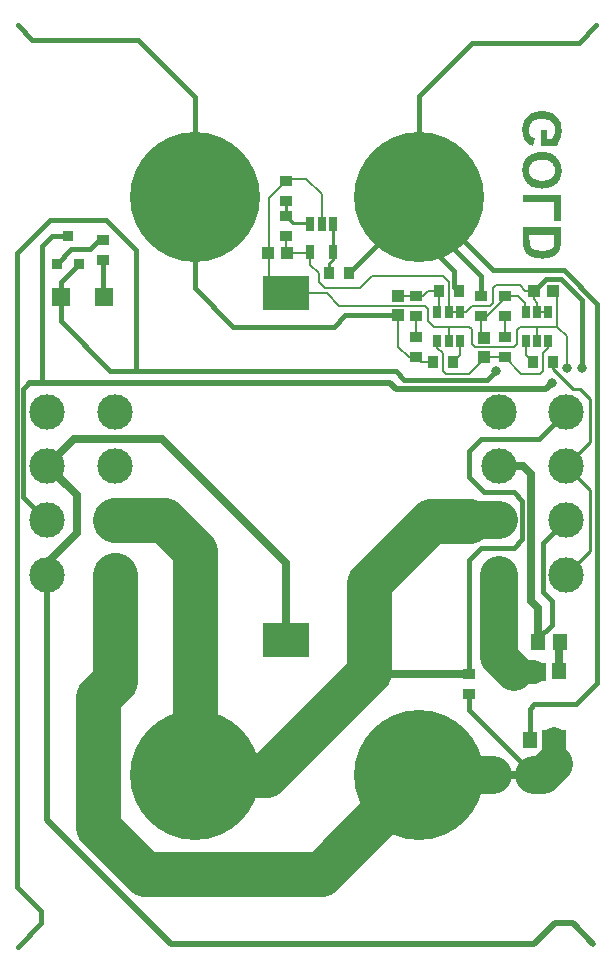
<source format=gbl>
%FSLAX43Y43*%
%MOMM*%
G71*
G01*
G75*
G04 Layer_Physical_Order=2*
G04 Layer_Color=16711680*
%ADD10C,0.381*%
%ADD11C,11.500*%
%ADD12C,3.000*%
%ADD13C,0.800*%
%ADD14R,0.650X1.100*%
%ADD15R,3.937X2.921*%
%ADD16R,1.200X1.400*%
%ADD17R,1.000X1.000*%
%ADD18R,1.000X1.000*%
%ADD19R,0.900X1.000*%
%ADD20R,1.000X0.900*%
%ADD21R,2.000X1.650*%
%ADD22R,1.150X1.400*%
%ADD23R,0.900X0.950*%
%ADD24R,0.900X0.950*%
%ADD25R,1.500X1.600*%
%ADD26R,0.650X1.200*%
%ADD27C,0.203*%
%ADD28C,0.254*%
%ADD29C,0.508*%
%ADD30C,0.635*%
%ADD31C,3.810*%
%ADD32C,3.175*%
%ADD33C,2.032*%
%ADD34C,0.889*%
%ADD35C,11.000*%
G36*
X46500Y61902D02*
X45959D01*
Y63512D01*
X43321D01*
Y64160D01*
X46500D01*
Y61902D01*
D02*
G37*
G36*
Y60226D02*
X46495Y60101D01*
X46491Y59986D01*
X46481Y59889D01*
X46468Y59810D01*
X46454Y59745D01*
X46444Y59694D01*
X46440Y59680D01*
Y59666D01*
X46435Y59662D01*
Y59657D01*
X46398Y59555D01*
X46357Y59463D01*
X46315Y59389D01*
X46273Y59324D01*
X46236Y59273D01*
X46208Y59236D01*
X46190Y59213D01*
X46181Y59204D01*
X46093Y59125D01*
X46000Y59056D01*
X45903Y58995D01*
X45815Y58949D01*
X45732Y58912D01*
X45699Y58894D01*
X45672Y58884D01*
X45644Y58875D01*
X45625Y58866D01*
X45616Y58861D01*
X45611D01*
X45500Y58829D01*
X45385Y58801D01*
X45274Y58782D01*
X45167Y58773D01*
X45116Y58769D01*
X45070Y58764D01*
X45033D01*
X44996Y58759D01*
X44931D01*
X44769Y58764D01*
X44626Y58778D01*
X44556Y58782D01*
X44496Y58792D01*
X44436Y58801D01*
X44385Y58810D01*
X44339Y58824D01*
X44297Y58833D01*
X44260Y58843D01*
X44232Y58847D01*
X44209Y58857D01*
X44191Y58861D01*
X44181Y58866D01*
X44177D01*
X44066Y58907D01*
X43964Y58958D01*
X43876Y59009D01*
X43802Y59060D01*
X43742Y59102D01*
X43696Y59139D01*
X43668Y59162D01*
X43658Y59167D01*
Y59171D01*
X43584Y59250D01*
X43524Y59329D01*
X43473Y59412D01*
X43432Y59486D01*
X43399Y59551D01*
X43376Y59606D01*
X43372Y59625D01*
X43367Y59639D01*
X43362Y59648D01*
Y59653D01*
X43339Y59740D01*
X43325Y59838D01*
X43311Y59939D01*
X43307Y60037D01*
X43302Y60125D01*
X43298Y60162D01*
Y60199D01*
Y60226D01*
Y60245D01*
Y60259D01*
Y60263D01*
Y61439D01*
X46500D01*
Y60226D01*
D02*
G37*
G36*
X45061Y67784D02*
X45195Y67770D01*
X45320Y67751D01*
X45436Y67724D01*
X45542Y67691D01*
X45639Y67654D01*
X45732Y67617D01*
X45810Y67575D01*
X45884Y67538D01*
X45945Y67501D01*
X46000Y67464D01*
X46046Y67432D01*
X46079Y67404D01*
X46107Y67386D01*
X46121Y67372D01*
X46125Y67367D01*
X46204Y67284D01*
X46269Y67196D01*
X46329Y67108D01*
X46375Y67011D01*
X46417Y66918D01*
X46454Y66821D01*
X46481Y66733D01*
X46505Y66641D01*
X46523Y66557D01*
X46537Y66479D01*
X46546Y66409D01*
X46551Y66349D01*
X46556Y66303D01*
X46560Y66266D01*
Y66243D01*
Y66233D01*
X46556Y66104D01*
X46542Y65983D01*
X46519Y65868D01*
X46491Y65761D01*
X46458Y65660D01*
X46421Y65567D01*
X46384Y65484D01*
X46343Y65405D01*
X46301Y65340D01*
X46264Y65280D01*
X46227Y65229D01*
X46195Y65187D01*
X46167Y65150D01*
X46144Y65127D01*
X46130Y65113D01*
X46125Y65109D01*
X46037Y65035D01*
X45945Y64970D01*
X45847Y64910D01*
X45750Y64864D01*
X45648Y64822D01*
X45547Y64785D01*
X45445Y64757D01*
X45348Y64734D01*
X45260Y64720D01*
X45172Y64706D01*
X45098Y64697D01*
X45033Y64688D01*
X44977D01*
X44936Y64683D01*
X44903D01*
X44760Y64688D01*
X44626Y64702D01*
X44501Y64720D01*
X44380Y64748D01*
X44274Y64780D01*
X44172Y64817D01*
X44080Y64854D01*
X44001Y64896D01*
X43927Y64938D01*
X43862Y64975D01*
X43807Y65012D01*
X43760Y65044D01*
X43728Y65067D01*
X43700Y65090D01*
X43686Y65104D01*
X43682Y65109D01*
X43603Y65192D01*
X43534Y65280D01*
X43473Y65373D01*
X43422Y65465D01*
X43381Y65562D01*
X43344Y65655D01*
X43316Y65747D01*
X43293Y65835D01*
X43274Y65919D01*
X43260Y65997D01*
X43251Y66067D01*
X43242Y66127D01*
Y66173D01*
X43237Y66210D01*
Y66233D01*
Y66243D01*
X43242Y66381D01*
X43256Y66516D01*
X43279Y66631D01*
X43302Y66733D01*
X43316Y66775D01*
X43325Y66816D01*
X43335Y66849D01*
X43348Y66877D01*
X43353Y66900D01*
X43362Y66918D01*
X43367Y66928D01*
Y66932D01*
X43404Y67015D01*
X43450Y67094D01*
X43501Y67164D01*
X43547Y67224D01*
X43589Y67275D01*
X43626Y67316D01*
X43649Y67339D01*
X43654Y67344D01*
X43658Y67349D01*
X43733Y67413D01*
X43811Y67474D01*
X43881Y67525D01*
X43950Y67566D01*
X44010Y67599D01*
X44056Y67626D01*
X44075Y67631D01*
X44089Y67640D01*
X44093Y67645D01*
X44098D01*
X44228Y67691D01*
X44367Y67728D01*
X44505Y67751D01*
X44635Y67770D01*
X44695Y67774D01*
X44751Y67779D01*
X44797Y67784D01*
X44839D01*
X44876Y67788D01*
X44922D01*
X45061Y67784D01*
D02*
G37*
G36*
Y71241D02*
X45218Y71222D01*
X45362Y71190D01*
X45431Y71176D01*
X45491Y71157D01*
X45547Y71139D01*
X45598Y71125D01*
X45639Y71107D01*
X45676Y71093D01*
X45704Y71083D01*
X45727Y71074D01*
X45741Y71065D01*
X45746D01*
X45884Y70986D01*
X46005Y70898D01*
X46111Y70806D01*
X46195Y70713D01*
X46232Y70672D01*
X46264Y70630D01*
X46292Y70597D01*
X46310Y70565D01*
X46329Y70542D01*
X46343Y70519D01*
X46347Y70510D01*
X46352Y70505D01*
X46389Y70431D01*
X46421Y70361D01*
X46472Y70209D01*
X46509Y70061D01*
X46532Y69926D01*
X46542Y69862D01*
X46551Y69806D01*
X46556Y69755D01*
Y69709D01*
X46560Y69677D01*
Y69649D01*
Y69630D01*
Y69626D01*
X46556Y69478D01*
X46537Y69339D01*
X46514Y69204D01*
X46486Y69089D01*
X46472Y69038D01*
X46458Y68992D01*
X46444Y68950D01*
X46435Y68913D01*
X46426Y68885D01*
X46417Y68867D01*
X46412Y68853D01*
Y68848D01*
X46357Y68709D01*
X46296Y68594D01*
X46236Y68492D01*
X46185Y68404D01*
X46139Y68339D01*
X46121Y68316D01*
X46102Y68293D01*
X46088Y68279D01*
X46079Y68265D01*
X46070Y68256D01*
X44783D01*
Y69649D01*
X45325D01*
Y68908D01*
X45736D01*
X45778Y68964D01*
X45815Y69024D01*
X45847Y69084D01*
X45875Y69140D01*
X45898Y69186D01*
X45917Y69228D01*
X45926Y69251D01*
X45931Y69255D01*
Y69260D01*
X45959Y69334D01*
X45977Y69408D01*
X45991Y69478D01*
X46000Y69538D01*
X46005Y69593D01*
X46009Y69630D01*
Y69658D01*
Y69663D01*
Y69667D01*
X46005Y69741D01*
X45996Y69815D01*
X45982Y69880D01*
X45963Y69945D01*
X45917Y70061D01*
X45894Y70107D01*
X45866Y70153D01*
X45838Y70195D01*
X45815Y70232D01*
X45787Y70260D01*
X45769Y70287D01*
X45750Y70306D01*
X45736Y70320D01*
X45727Y70329D01*
X45723Y70334D01*
X45667Y70375D01*
X45602Y70417D01*
X45537Y70449D01*
X45468Y70477D01*
X45325Y70523D01*
X45186Y70551D01*
X45121Y70560D01*
X45056Y70570D01*
X45005Y70574D01*
X44954Y70579D01*
X44917Y70584D01*
X44862D01*
X44765Y70579D01*
X44677Y70574D01*
X44589Y70560D01*
X44510Y70547D01*
X44441Y70528D01*
X44376Y70505D01*
X44316Y70482D01*
X44260Y70459D01*
X44214Y70440D01*
X44172Y70417D01*
X44140Y70394D01*
X44112Y70375D01*
X44089Y70361D01*
X44075Y70348D01*
X44066Y70343D01*
X44061Y70338D01*
X44015Y70287D01*
X43969Y70236D01*
X43936Y70181D01*
X43904Y70125D01*
X43876Y70070D01*
X43853Y70014D01*
X43820Y69908D01*
X43811Y69857D01*
X43802Y69811D01*
X43797Y69769D01*
X43793Y69732D01*
X43788Y69704D01*
Y69681D01*
Y69667D01*
Y69663D01*
X43793Y69561D01*
X43811Y69473D01*
X43830Y69394D01*
X43857Y69325D01*
X43881Y69274D01*
X43904Y69232D01*
X43922Y69209D01*
X43927Y69200D01*
X43982Y69135D01*
X44043Y69080D01*
X44103Y69033D01*
X44163Y69001D01*
X44218Y68973D01*
X44260Y68955D01*
X44288Y68945D01*
X44292Y68941D01*
X44297D01*
X44177Y68297D01*
X44098Y68316D01*
X44019Y68344D01*
X43950Y68371D01*
X43885Y68408D01*
X43820Y68441D01*
X43765Y68478D01*
X43714Y68515D01*
X43668Y68552D01*
X43626Y68589D01*
X43589Y68621D01*
X43557Y68649D01*
X43534Y68677D01*
X43515Y68700D01*
X43497Y68719D01*
X43492Y68728D01*
X43487Y68732D01*
X43441Y68797D01*
X43404Y68867D01*
X43372Y68941D01*
X43344Y69019D01*
X43298Y69172D01*
X43270Y69320D01*
X43256Y69390D01*
X43251Y69454D01*
X43247Y69515D01*
X43242Y69565D01*
X43237Y69607D01*
Y69635D01*
Y69658D01*
Y69663D01*
X43242Y69829D01*
X43260Y69977D01*
X43274Y70042D01*
X43288Y70107D01*
X43302Y70167D01*
X43316Y70218D01*
X43335Y70264D01*
X43348Y70311D01*
X43362Y70343D01*
X43372Y70375D01*
X43385Y70398D01*
X43390Y70417D01*
X43399Y70426D01*
Y70431D01*
X43483Y70574D01*
X43534Y70634D01*
X43580Y70695D01*
X43631Y70750D01*
X43682Y70801D01*
X43733Y70847D01*
X43779Y70889D01*
X43825Y70921D01*
X43867Y70954D01*
X43904Y70982D01*
X43936Y71005D01*
X43964Y71019D01*
X43982Y71032D01*
X43996Y71037D01*
X44001Y71042D01*
X44075Y71079D01*
X44149Y71111D01*
X44302Y71162D01*
X44454Y71199D01*
X44589Y71222D01*
X44653Y71231D01*
X44709Y71241D01*
X44760Y71245D01*
X44806D01*
X44839Y71250D01*
X44889D01*
X45061Y71241D01*
D02*
G37*
%LPC*%
G36*
X45959Y60791D02*
X43839D01*
Y60504D01*
Y60435D01*
Y60370D01*
X43844Y60310D01*
Y60254D01*
X43848Y60208D01*
Y60166D01*
X43853Y60125D01*
Y60092D01*
X43862Y60041D01*
X43867Y60004D01*
X43871Y59981D01*
Y59976D01*
X43890Y59912D01*
X43913Y59856D01*
X43936Y59805D01*
X43964Y59759D01*
X43987Y59727D01*
X44006Y59699D01*
X44019Y59685D01*
X44024Y59680D01*
X44070Y59639D01*
X44121Y59602D01*
X44172Y59569D01*
X44218Y59541D01*
X44265Y59523D01*
X44302Y59509D01*
X44325Y59500D01*
X44330Y59495D01*
X44334D01*
X44417Y59472D01*
X44505Y59454D01*
X44603Y59444D01*
X44695Y59435D01*
X44774Y59430D01*
X44811Y59426D01*
X44903D01*
X45033Y59430D01*
X45153Y59435D01*
X45250Y59449D01*
X45334Y59458D01*
X45403Y59472D01*
X45431Y59477D01*
X45449Y59486D01*
X45468Y59491D01*
X45482D01*
X45486Y59495D01*
X45491D01*
X45565Y59523D01*
X45630Y59546D01*
X45681Y59578D01*
X45723Y59602D01*
X45755Y59625D01*
X45778Y59643D01*
X45792Y59657D01*
X45797Y59662D01*
X45829Y59703D01*
X45857Y59745D01*
X45880Y59787D01*
X45898Y59828D01*
X45912Y59865D01*
X45922Y59893D01*
X45931Y59912D01*
Y59921D01*
X45940Y59972D01*
X45945Y60032D01*
X45954Y60097D01*
Y60162D01*
X45959Y60222D01*
Y60268D01*
Y60287D01*
Y60300D01*
Y60310D01*
Y60314D01*
Y60791D01*
D02*
G37*
G36*
X44950Y67122D02*
X44899D01*
X44797Y67117D01*
X44704Y67113D01*
X44616Y67099D01*
X44533Y67085D01*
X44459Y67066D01*
X44390Y67048D01*
X44330Y67025D01*
X44274Y67002D01*
X44223Y66978D01*
X44181Y66955D01*
X44149Y66937D01*
X44117Y66918D01*
X44093Y66904D01*
X44080Y66891D01*
X44070Y66886D01*
X44066Y66881D01*
X44015Y66835D01*
X43973Y66784D01*
X43936Y66729D01*
X43904Y66678D01*
X43876Y66622D01*
X43857Y66567D01*
X43820Y66465D01*
X43802Y66372D01*
X43797Y66335D01*
X43793Y66298D01*
X43788Y66270D01*
Y66252D01*
Y66238D01*
Y66233D01*
X43793Y66159D01*
X43802Y66090D01*
X43811Y66025D01*
X43830Y65965D01*
X43876Y65859D01*
X43899Y65808D01*
X43922Y65766D01*
X43950Y65724D01*
X43973Y65692D01*
X43996Y65664D01*
X44019Y65636D01*
X44038Y65618D01*
X44047Y65604D01*
X44056Y65599D01*
X44061Y65595D01*
X44117Y65553D01*
X44177Y65511D01*
X44237Y65479D01*
X44306Y65451D01*
X44445Y65410D01*
X44579Y65382D01*
X44640Y65368D01*
X44700Y65363D01*
X44751Y65359D01*
X44797Y65354D01*
X44839Y65349D01*
X44889D01*
X44991Y65354D01*
X45089Y65359D01*
X45176Y65373D01*
X45255Y65386D01*
X45334Y65405D01*
X45403Y65428D01*
X45463Y65451D01*
X45519Y65474D01*
X45570Y65498D01*
X45611Y65521D01*
X45648Y65539D01*
X45681Y65562D01*
X45704Y65576D01*
X45718Y65590D01*
X45727Y65595D01*
X45732Y65599D01*
X45783Y65646D01*
X45824Y65697D01*
X45861Y65752D01*
X45894Y65803D01*
X45917Y65859D01*
X45940Y65909D01*
X45972Y66011D01*
X45996Y66099D01*
X46000Y66136D01*
X46005Y66169D01*
X46009Y66196D01*
Y66215D01*
Y66229D01*
Y66233D01*
X46005Y66303D01*
X45996Y66372D01*
X45982Y66437D01*
X45963Y66497D01*
X45922Y66608D01*
X45866Y66696D01*
X45843Y66738D01*
X45815Y66770D01*
X45792Y66803D01*
X45769Y66826D01*
X45755Y66844D01*
X45741Y66858D01*
X45732Y66867D01*
X45727Y66872D01*
X45672Y66914D01*
X45611Y66955D01*
X45547Y66988D01*
X45477Y67015D01*
X45343Y67062D01*
X45209Y67090D01*
X45144Y67099D01*
X45089Y67108D01*
X45033Y67113D01*
X44987Y67117D01*
X44950Y67122D01*
D02*
G37*
%LPD*%
D10*
X45750Y27750D02*
Y29750D01*
X44600Y26600D02*
X45750Y27750D01*
X44600Y26250D02*
Y26600D01*
X500Y500D02*
X2500Y2500D01*
Y3500D01*
X441Y5559D02*
X2500Y3500D01*
X441Y5559D02*
Y59191D01*
X3250Y62000D01*
X8000D01*
X10500Y59500D01*
Y49250D02*
Y59500D01*
Y49250D02*
X32500D01*
X8350D02*
X10500D01*
X1000Y47750D02*
X1500Y48250D01*
X1000Y38597D02*
Y47750D01*
Y38597D02*
X3000Y36597D01*
X34500Y62500D02*
Y64000D01*
X48000Y77000D02*
X49500Y78500D01*
X39000Y77000D02*
X48000D01*
X34500Y72500D02*
X39000Y77000D01*
X34500Y64000D02*
Y72500D01*
X500Y78500D02*
X1750Y77250D01*
X10692D01*
X15500Y72442D01*
Y64000D02*
Y72442D01*
X44200Y56000D02*
X45200Y57000D01*
X46500D01*
X48250Y55250D01*
X4150Y53450D02*
X8350Y49250D01*
X32500D02*
X33250Y48500D01*
X40250D01*
X41000Y49250D01*
X48250Y49500D02*
Y55250D01*
X38750Y20500D02*
X44250Y15000D01*
X38750Y20500D02*
Y21900D01*
X15500Y56250D02*
Y64000D01*
Y56250D02*
X18750Y53000D01*
X27250D01*
X28200Y53950D01*
X32750D01*
X34500Y62500D02*
Y63400D01*
Y60690D02*
Y62500D01*
X39750Y57250D01*
Y55600D02*
Y57250D01*
X34500Y63400D02*
X34600Y63500D01*
X28600Y57500D02*
X34500Y63400D01*
Y64000D01*
Y60690D02*
X37470Y57720D01*
Y56380D02*
Y57720D01*
Y56380D02*
X37850Y56000D01*
X35000Y63500D02*
X40750Y57750D01*
X34600Y63500D02*
X35000D01*
X38750Y23600D02*
Y33250D01*
X39750Y34250D01*
X42500D01*
X43250Y35000D01*
Y38250D01*
X42500Y39000D02*
X43250Y38250D01*
X40000Y39000D02*
X42500D01*
X38750Y40250D02*
X40000Y39000D01*
X38750Y40250D02*
Y42500D01*
X45000Y30500D02*
X45750Y29750D01*
X45000Y30500D02*
Y34632D01*
X46965Y36597D01*
X40750Y57750D02*
X46750D01*
X49559Y54941D01*
Y22809D02*
Y54941D01*
X47750Y21000D02*
X49559Y22809D01*
X44250Y21000D02*
X47750D01*
X43850Y20600D02*
X44250Y21000D01*
X43850Y17950D02*
Y20600D01*
X44673Y43500D02*
X46965Y45792D01*
X39750Y43500D02*
X44673D01*
X38750Y42500D02*
X39750Y43500D01*
X7750Y55450D02*
Y58500D01*
X6650Y59550D02*
X7650Y60550D01*
X5025Y59550D02*
X6650D01*
X3800Y58325D02*
X5025Y59550D01*
X3375Y60675D02*
X4750D01*
X2550Y59850D02*
X3375Y60675D01*
X2550Y48250D02*
Y59850D01*
X4150Y53450D02*
Y55500D01*
Y56775D01*
X5700Y58325D01*
D12*
X41250Y32000D02*
D03*
X46965D02*
D03*
Y36597D02*
D03*
X41250D02*
D03*
X46965Y41195D02*
D03*
X41250Y41195D02*
D03*
X46965Y45792D02*
D03*
X41250D02*
D03*
X3000Y32000D02*
D03*
X8715D02*
D03*
Y36597D02*
D03*
X3000D02*
D03*
X8715Y41195D02*
D03*
X3000Y41195D02*
D03*
X8715Y45792D02*
D03*
X3000D02*
D03*
D13*
X41000Y49250D02*
D03*
X47000Y49500D02*
D03*
X45750Y48250D02*
D03*
X48250Y49500D02*
D03*
D14*
X37950Y54200D02*
D03*
X37000D02*
D03*
X36050D02*
D03*
Y51800D02*
D03*
X37000D02*
D03*
X37950D02*
D03*
X45450Y54200D02*
D03*
X44500D02*
D03*
X43550D02*
D03*
Y51800D02*
D03*
X44500D02*
D03*
X45450D02*
D03*
D15*
X23250Y26500D02*
D03*
Y55800D02*
D03*
D16*
X44600Y26250D02*
D03*
X46400D02*
D03*
D17*
X32750Y55550D02*
D03*
Y53950D02*
D03*
X40000Y52050D02*
D03*
Y50450D02*
D03*
D18*
X23300Y59250D02*
D03*
X21700D02*
D03*
X45800Y56000D02*
D03*
X44200D02*
D03*
D19*
X36150D02*
D03*
X37850D02*
D03*
X45850Y50000D02*
D03*
X44150D02*
D03*
X28600Y57500D02*
D03*
X26900D02*
D03*
X35650Y50000D02*
D03*
X37350D02*
D03*
D20*
X34250Y52100D02*
D03*
Y50400D02*
D03*
Y55600D02*
D03*
Y53900D02*
D03*
X41750Y52100D02*
D03*
Y50400D02*
D03*
X23250Y63650D02*
D03*
Y65350D02*
D03*
Y62350D02*
D03*
Y60650D02*
D03*
X39750Y53900D02*
D03*
Y55600D02*
D03*
X7750Y58650D02*
D03*
Y60350D02*
D03*
X41750Y55600D02*
D03*
Y53900D02*
D03*
X38750Y23600D02*
D03*
Y21900D02*
D03*
D21*
X44250Y23750D02*
D03*
X45950Y18050D02*
D03*
D22*
X46350Y23850D02*
D03*
X43850Y17950D02*
D03*
D23*
X5700Y58325D02*
D03*
X4750Y60675D02*
D03*
D24*
X3800Y58325D02*
D03*
D25*
X4150Y55500D02*
D03*
X7850D02*
D03*
D26*
X25300Y61700D02*
D03*
X26250D02*
D03*
X27200D02*
D03*
Y59300D02*
D03*
X25300D02*
D03*
D27*
Y58200D02*
Y59300D01*
X26250Y61700D02*
Y64200D01*
X47000Y49500D02*
Y50000D01*
X47000Y50000D01*
Y52200D01*
X45800Y56000D02*
X46200Y55600D01*
Y53000D02*
Y55600D01*
X44500Y54200D02*
Y55000D01*
X44200Y55300D02*
X44500Y55000D01*
X44200Y55300D02*
Y56000D01*
X43500D02*
X44200D01*
X43000Y56500D02*
X43500Y56000D01*
X41000Y56500D02*
X43000D01*
X23250Y59300D02*
Y60650D01*
X26500Y56250D02*
X29500D01*
X26000Y56750D02*
X26500Y56250D01*
X26000Y56750D02*
Y57500D01*
X25300Y58200D02*
X26000Y57500D01*
X23300Y59250D02*
X25300D01*
X21750Y63850D02*
X23250Y65350D01*
X29500Y56250D02*
X30500Y57250D01*
X23250Y65350D02*
X23400Y65500D01*
X24950D01*
X26250Y64200D01*
X26700Y55800D02*
X27750Y54750D01*
X23250Y55800D02*
X26700D01*
X27750Y54750D02*
X35000D01*
X21750Y57300D02*
Y63850D01*
X30500Y57250D02*
X36500D01*
X37000Y56750D01*
Y54200D02*
Y56750D01*
X35000Y54750D02*
X35250Y54500D01*
Y53500D02*
Y54500D01*
Y53500D02*
X35750Y53000D01*
X36050Y51200D02*
Y51800D01*
Y51200D02*
X36500Y50750D01*
Y49250D02*
Y50750D01*
Y49250D02*
X36750Y49000D01*
X38750D01*
X40200Y50450D01*
X40250D01*
X37350Y50000D02*
X37950Y50600D01*
Y51800D01*
X36050Y54200D02*
X36150Y54300D01*
Y56000D01*
X35250D02*
X36150D01*
X34850Y55600D02*
X35250Y56000D01*
X34250Y55600D02*
X34850D01*
X32750D02*
X34250D01*
Y52100D02*
Y53900D01*
X32750Y51250D02*
Y53950D01*
Y51250D02*
X33600Y50400D01*
X34250D01*
X34650Y50000D01*
X35650D01*
X37000Y51800D02*
Y53000D01*
X35750D02*
X38750D01*
X39000Y52750D01*
Y51500D02*
Y52750D01*
Y51500D02*
X39250Y51250D01*
X42500D01*
X44500Y53000D02*
X44500Y53000D01*
Y51800D02*
Y53000D01*
X44500Y53000D02*
X46200D01*
X43078D02*
X44500D01*
X39750Y52550D02*
X40250Y52050D01*
X42500Y51250D02*
X42750Y51500D01*
Y52672D01*
X43078Y53000D01*
X46200D02*
X47000Y52200D01*
X43550Y50600D02*
Y51800D01*
Y50600D02*
X44150Y50000D01*
X40000Y50400D02*
X41750D01*
X43150Y49000D01*
X44750D01*
X45000Y49250D01*
Y50750D01*
X45450Y51200D01*
Y51800D01*
X43550D02*
X43650Y51700D01*
X41750Y52100D02*
Y53900D01*
X39750Y52550D02*
Y53900D01*
X41750Y55425D02*
Y55600D01*
X40225Y53900D02*
X41750Y55425D01*
X39750Y53900D02*
X40225D01*
X41750Y55600D02*
X42900D01*
X43500Y55000D01*
Y54250D02*
Y55000D01*
Y54250D02*
X43550Y54200D01*
X40750Y56250D02*
X41000Y56500D01*
X40750Y55000D02*
Y56250D01*
X40500Y54750D02*
X40750Y55000D01*
X39000Y54750D02*
X40500D01*
X44500Y54200D02*
X45450D01*
X38450D02*
X39000Y54750D01*
X37950Y54200D02*
X38450D01*
X37000D02*
X37950D01*
D28*
X27200Y59300D02*
Y61700D01*
Y58650D02*
Y59300D01*
X26900Y58350D02*
X27200Y58650D01*
X45850Y49400D02*
Y50000D01*
Y49400D02*
X47500Y47750D01*
X48100D01*
X49000Y46850D01*
X23250Y62350D02*
X23850Y61750D01*
X25300D01*
X23250Y62350D02*
Y63650D01*
X26900Y57500D02*
Y58350D01*
X49000Y43230D02*
Y46850D01*
X46965Y41195D02*
X49000Y43230D01*
X46965Y41195D02*
X49000Y39160D01*
Y34035D02*
Y39160D01*
X46965Y32000D02*
X49000Y34035D01*
D29*
X47500Y2500D02*
X49250Y750D01*
X46000Y2500D02*
X47500D01*
X44250Y750D02*
X46000Y2500D01*
X13500Y750D02*
X44250D01*
X3000Y11250D02*
X13500Y750D01*
X3000Y11250D02*
Y32000D01*
X45250Y47750D02*
X45750Y48250D01*
X32500Y47750D02*
X45250D01*
X32000Y48250D02*
X32500Y47750D01*
X1500Y48250D02*
X32000D01*
D30*
X5500Y35500D02*
Y38695D01*
X3000Y33000D02*
X5500Y35500D01*
X3000Y32000D02*
Y33000D01*
Y41195D02*
X5500Y38695D01*
X3000Y41195D02*
X5305Y43500D01*
X12750D01*
X23250Y33000D01*
Y26500D02*
Y33000D01*
X40750Y15000D02*
X44250D01*
X30400Y23600D02*
X38750D01*
X44000Y29750D02*
Y40500D01*
X43305Y41195D02*
X44000Y40500D01*
X41250Y41195D02*
X43305D01*
X44600Y26271D02*
Y29150D01*
X46350Y23850D02*
Y26200D01*
X44000Y29750D02*
X44600Y29150D01*
D31*
X8715Y22965D02*
Y32000D01*
X7350Y21600D02*
X8715Y22965D01*
X7350Y10650D02*
Y21600D01*
X30250Y31250D02*
X35500Y36500D01*
X38750D01*
X21500Y15000D02*
X30250Y23750D01*
Y31250D01*
X15500Y15000D02*
X21500D01*
X15500D02*
Y34000D01*
X12903Y36597D02*
X15500Y34000D01*
X8715Y36597D02*
X12903D01*
X26188Y6688D02*
X34500Y15000D01*
X11312Y6688D02*
X26188D01*
X7350Y10650D02*
X11312Y6688D01*
D32*
X38750Y36500D02*
X38847Y36597D01*
X41250D01*
X45000Y15000D02*
X45950Y15950D01*
X44250Y15000D02*
X45000D01*
X34500D02*
X40750D01*
X41250Y25000D02*
X42500Y23750D01*
X41250Y25000D02*
Y32000D01*
D33*
X45950Y15950D02*
Y18050D01*
X42500Y23750D02*
X44250D01*
X30750Y15000D02*
X34500D01*
D34*
Y15000D01*
D35*
Y15000D02*
D03*
X15500Y64000D02*
D03*
X34500D02*
D03*
X15500Y15000D02*
D03*
M02*

</source>
